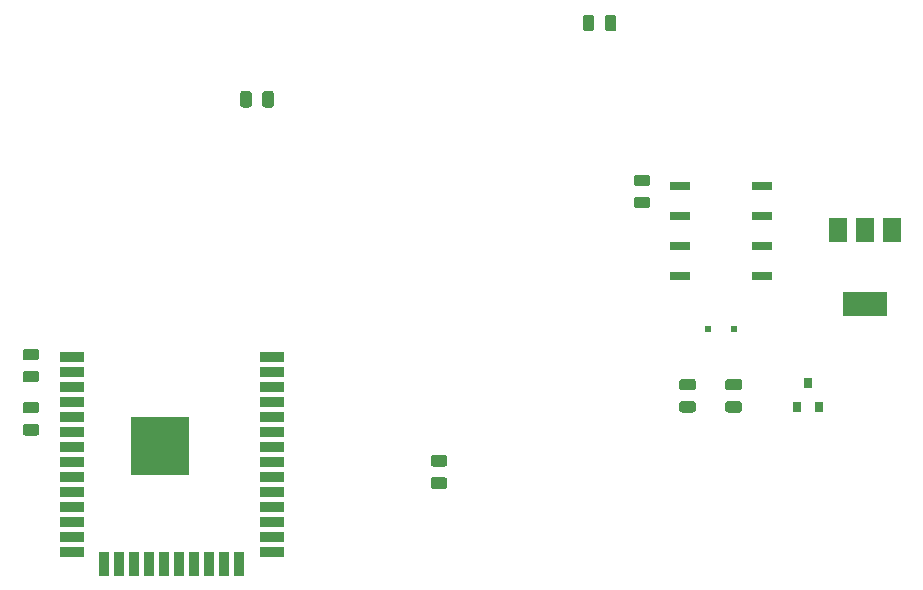
<source format=gbr>
G04 #@! TF.GenerationSoftware,KiCad,Pcbnew,5.1.5+dfsg1-2build2*
G04 #@! TF.CreationDate,2021-09-10T16:14:55+02:00*
G04 #@! TF.ProjectId,cronotempNuevo,63726f6e-6f74-4656-9d70-4e7565766f2e,rev?*
G04 #@! TF.SameCoordinates,Original*
G04 #@! TF.FileFunction,Paste,Top*
G04 #@! TF.FilePolarity,Positive*
%FSLAX46Y46*%
G04 Gerber Fmt 4.6, Leading zero omitted, Abs format (unit mm)*
G04 Created by KiCad (PCBNEW 5.1.5+dfsg1-2build2) date 2021-09-10 16:14:55*
%MOMM*%
%LPD*%
G04 APERTURE LIST*
%ADD10C,0.100000*%
%ADD11R,0.800000X0.900000*%
%ADD12R,5.000000X5.000000*%
%ADD13R,2.000000X0.900000*%
%ADD14R,0.900000X2.000000*%
%ADD15R,1.800000X0.800000*%
%ADD16R,0.500000X0.500000*%
%ADD17R,3.800000X2.000000*%
%ADD18R,1.500000X2.000000*%
G04 APERTURE END LIST*
D10*
G36*
X122330142Y-120801174D02*
G01*
X122353803Y-120804684D01*
X122377007Y-120810496D01*
X122399529Y-120818554D01*
X122421153Y-120828782D01*
X122441670Y-120841079D01*
X122460883Y-120855329D01*
X122478607Y-120871393D01*
X122494671Y-120889117D01*
X122508921Y-120908330D01*
X122521218Y-120928847D01*
X122531446Y-120950471D01*
X122539504Y-120972993D01*
X122545316Y-120996197D01*
X122548826Y-121019858D01*
X122550000Y-121043750D01*
X122550000Y-121531250D01*
X122548826Y-121555142D01*
X122545316Y-121578803D01*
X122539504Y-121602007D01*
X122531446Y-121624529D01*
X122521218Y-121646153D01*
X122508921Y-121666670D01*
X122494671Y-121685883D01*
X122478607Y-121703607D01*
X122460883Y-121719671D01*
X122441670Y-121733921D01*
X122421153Y-121746218D01*
X122399529Y-121756446D01*
X122377007Y-121764504D01*
X122353803Y-121770316D01*
X122330142Y-121773826D01*
X122306250Y-121775000D01*
X121393750Y-121775000D01*
X121369858Y-121773826D01*
X121346197Y-121770316D01*
X121322993Y-121764504D01*
X121300471Y-121756446D01*
X121278847Y-121746218D01*
X121258330Y-121733921D01*
X121239117Y-121719671D01*
X121221393Y-121703607D01*
X121205329Y-121685883D01*
X121191079Y-121666670D01*
X121178782Y-121646153D01*
X121168554Y-121624529D01*
X121160496Y-121602007D01*
X121154684Y-121578803D01*
X121151174Y-121555142D01*
X121150000Y-121531250D01*
X121150000Y-121043750D01*
X121151174Y-121019858D01*
X121154684Y-120996197D01*
X121160496Y-120972993D01*
X121168554Y-120950471D01*
X121178782Y-120928847D01*
X121191079Y-120908330D01*
X121205329Y-120889117D01*
X121221393Y-120871393D01*
X121239117Y-120855329D01*
X121258330Y-120841079D01*
X121278847Y-120828782D01*
X121300471Y-120818554D01*
X121322993Y-120810496D01*
X121346197Y-120804684D01*
X121369858Y-120801174D01*
X121393750Y-120800000D01*
X122306250Y-120800000D01*
X122330142Y-120801174D01*
G37*
G36*
X122330142Y-118926174D02*
G01*
X122353803Y-118929684D01*
X122377007Y-118935496D01*
X122399529Y-118943554D01*
X122421153Y-118953782D01*
X122441670Y-118966079D01*
X122460883Y-118980329D01*
X122478607Y-118996393D01*
X122494671Y-119014117D01*
X122508921Y-119033330D01*
X122521218Y-119053847D01*
X122531446Y-119075471D01*
X122539504Y-119097993D01*
X122545316Y-119121197D01*
X122548826Y-119144858D01*
X122550000Y-119168750D01*
X122550000Y-119656250D01*
X122548826Y-119680142D01*
X122545316Y-119703803D01*
X122539504Y-119727007D01*
X122531446Y-119749529D01*
X122521218Y-119771153D01*
X122508921Y-119791670D01*
X122494671Y-119810883D01*
X122478607Y-119828607D01*
X122460883Y-119844671D01*
X122441670Y-119858921D01*
X122421153Y-119871218D01*
X122399529Y-119881446D01*
X122377007Y-119889504D01*
X122353803Y-119895316D01*
X122330142Y-119898826D01*
X122306250Y-119900000D01*
X121393750Y-119900000D01*
X121369858Y-119898826D01*
X121346197Y-119895316D01*
X121322993Y-119889504D01*
X121300471Y-119881446D01*
X121278847Y-119871218D01*
X121258330Y-119858921D01*
X121239117Y-119844671D01*
X121221393Y-119828607D01*
X121205329Y-119810883D01*
X121191079Y-119791670D01*
X121178782Y-119771153D01*
X121168554Y-119749529D01*
X121160496Y-119727007D01*
X121154684Y-119703803D01*
X121151174Y-119680142D01*
X121150000Y-119656250D01*
X121150000Y-119168750D01*
X121151174Y-119144858D01*
X121154684Y-119121197D01*
X121160496Y-119097993D01*
X121168554Y-119075471D01*
X121178782Y-119053847D01*
X121191079Y-119033330D01*
X121205329Y-119014117D01*
X121221393Y-118996393D01*
X121239117Y-118980329D01*
X121258330Y-118966079D01*
X121278847Y-118953782D01*
X121300471Y-118943554D01*
X121322993Y-118935496D01*
X121346197Y-118929684D01*
X121369858Y-118926174D01*
X121393750Y-118925000D01*
X122306250Y-118925000D01*
X122330142Y-118926174D01*
G37*
G36*
X70580142Y-135551174D02*
G01*
X70603803Y-135554684D01*
X70627007Y-135560496D01*
X70649529Y-135568554D01*
X70671153Y-135578782D01*
X70691670Y-135591079D01*
X70710883Y-135605329D01*
X70728607Y-135621393D01*
X70744671Y-135639117D01*
X70758921Y-135658330D01*
X70771218Y-135678847D01*
X70781446Y-135700471D01*
X70789504Y-135722993D01*
X70795316Y-135746197D01*
X70798826Y-135769858D01*
X70800000Y-135793750D01*
X70800000Y-136281250D01*
X70798826Y-136305142D01*
X70795316Y-136328803D01*
X70789504Y-136352007D01*
X70781446Y-136374529D01*
X70771218Y-136396153D01*
X70758921Y-136416670D01*
X70744671Y-136435883D01*
X70728607Y-136453607D01*
X70710883Y-136469671D01*
X70691670Y-136483921D01*
X70671153Y-136496218D01*
X70649529Y-136506446D01*
X70627007Y-136514504D01*
X70603803Y-136520316D01*
X70580142Y-136523826D01*
X70556250Y-136525000D01*
X69643750Y-136525000D01*
X69619858Y-136523826D01*
X69596197Y-136520316D01*
X69572993Y-136514504D01*
X69550471Y-136506446D01*
X69528847Y-136496218D01*
X69508330Y-136483921D01*
X69489117Y-136469671D01*
X69471393Y-136453607D01*
X69455329Y-136435883D01*
X69441079Y-136416670D01*
X69428782Y-136396153D01*
X69418554Y-136374529D01*
X69410496Y-136352007D01*
X69404684Y-136328803D01*
X69401174Y-136305142D01*
X69400000Y-136281250D01*
X69400000Y-135793750D01*
X69401174Y-135769858D01*
X69404684Y-135746197D01*
X69410496Y-135722993D01*
X69418554Y-135700471D01*
X69428782Y-135678847D01*
X69441079Y-135658330D01*
X69455329Y-135639117D01*
X69471393Y-135621393D01*
X69489117Y-135605329D01*
X69508330Y-135591079D01*
X69528847Y-135578782D01*
X69550471Y-135568554D01*
X69572993Y-135560496D01*
X69596197Y-135554684D01*
X69619858Y-135551174D01*
X69643750Y-135550000D01*
X70556250Y-135550000D01*
X70580142Y-135551174D01*
G37*
G36*
X70580142Y-133676174D02*
G01*
X70603803Y-133679684D01*
X70627007Y-133685496D01*
X70649529Y-133693554D01*
X70671153Y-133703782D01*
X70691670Y-133716079D01*
X70710883Y-133730329D01*
X70728607Y-133746393D01*
X70744671Y-133764117D01*
X70758921Y-133783330D01*
X70771218Y-133803847D01*
X70781446Y-133825471D01*
X70789504Y-133847993D01*
X70795316Y-133871197D01*
X70798826Y-133894858D01*
X70800000Y-133918750D01*
X70800000Y-134406250D01*
X70798826Y-134430142D01*
X70795316Y-134453803D01*
X70789504Y-134477007D01*
X70781446Y-134499529D01*
X70771218Y-134521153D01*
X70758921Y-134541670D01*
X70744671Y-134560883D01*
X70728607Y-134578607D01*
X70710883Y-134594671D01*
X70691670Y-134608921D01*
X70671153Y-134621218D01*
X70649529Y-134631446D01*
X70627007Y-134639504D01*
X70603803Y-134645316D01*
X70580142Y-134648826D01*
X70556250Y-134650000D01*
X69643750Y-134650000D01*
X69619858Y-134648826D01*
X69596197Y-134645316D01*
X69572993Y-134639504D01*
X69550471Y-134631446D01*
X69528847Y-134621218D01*
X69508330Y-134608921D01*
X69489117Y-134594671D01*
X69471393Y-134578607D01*
X69455329Y-134560883D01*
X69441079Y-134541670D01*
X69428782Y-134521153D01*
X69418554Y-134499529D01*
X69410496Y-134477007D01*
X69404684Y-134453803D01*
X69401174Y-134430142D01*
X69400000Y-134406250D01*
X69400000Y-133918750D01*
X69401174Y-133894858D01*
X69404684Y-133871197D01*
X69410496Y-133847993D01*
X69418554Y-133825471D01*
X69428782Y-133803847D01*
X69441079Y-133783330D01*
X69455329Y-133764117D01*
X69471393Y-133746393D01*
X69489117Y-133730329D01*
X69508330Y-133716079D01*
X69528847Y-133703782D01*
X69550471Y-133693554D01*
X69572993Y-133685496D01*
X69596197Y-133679684D01*
X69619858Y-133676174D01*
X69643750Y-133675000D01*
X70556250Y-133675000D01*
X70580142Y-133676174D01*
G37*
G36*
X117580142Y-105401174D02*
G01*
X117603803Y-105404684D01*
X117627007Y-105410496D01*
X117649529Y-105418554D01*
X117671153Y-105428782D01*
X117691670Y-105441079D01*
X117710883Y-105455329D01*
X117728607Y-105471393D01*
X117744671Y-105489117D01*
X117758921Y-105508330D01*
X117771218Y-105528847D01*
X117781446Y-105550471D01*
X117789504Y-105572993D01*
X117795316Y-105596197D01*
X117798826Y-105619858D01*
X117800000Y-105643750D01*
X117800000Y-106556250D01*
X117798826Y-106580142D01*
X117795316Y-106603803D01*
X117789504Y-106627007D01*
X117781446Y-106649529D01*
X117771218Y-106671153D01*
X117758921Y-106691670D01*
X117744671Y-106710883D01*
X117728607Y-106728607D01*
X117710883Y-106744671D01*
X117691670Y-106758921D01*
X117671153Y-106771218D01*
X117649529Y-106781446D01*
X117627007Y-106789504D01*
X117603803Y-106795316D01*
X117580142Y-106798826D01*
X117556250Y-106800000D01*
X117068750Y-106800000D01*
X117044858Y-106798826D01*
X117021197Y-106795316D01*
X116997993Y-106789504D01*
X116975471Y-106781446D01*
X116953847Y-106771218D01*
X116933330Y-106758921D01*
X116914117Y-106744671D01*
X116896393Y-106728607D01*
X116880329Y-106710883D01*
X116866079Y-106691670D01*
X116853782Y-106671153D01*
X116843554Y-106649529D01*
X116835496Y-106627007D01*
X116829684Y-106603803D01*
X116826174Y-106580142D01*
X116825000Y-106556250D01*
X116825000Y-105643750D01*
X116826174Y-105619858D01*
X116829684Y-105596197D01*
X116835496Y-105572993D01*
X116843554Y-105550471D01*
X116853782Y-105528847D01*
X116866079Y-105508330D01*
X116880329Y-105489117D01*
X116896393Y-105471393D01*
X116914117Y-105455329D01*
X116933330Y-105441079D01*
X116953847Y-105428782D01*
X116975471Y-105418554D01*
X116997993Y-105410496D01*
X117021197Y-105404684D01*
X117044858Y-105401174D01*
X117068750Y-105400000D01*
X117556250Y-105400000D01*
X117580142Y-105401174D01*
G37*
G36*
X119455142Y-105401174D02*
G01*
X119478803Y-105404684D01*
X119502007Y-105410496D01*
X119524529Y-105418554D01*
X119546153Y-105428782D01*
X119566670Y-105441079D01*
X119585883Y-105455329D01*
X119603607Y-105471393D01*
X119619671Y-105489117D01*
X119633921Y-105508330D01*
X119646218Y-105528847D01*
X119656446Y-105550471D01*
X119664504Y-105572993D01*
X119670316Y-105596197D01*
X119673826Y-105619858D01*
X119675000Y-105643750D01*
X119675000Y-106556250D01*
X119673826Y-106580142D01*
X119670316Y-106603803D01*
X119664504Y-106627007D01*
X119656446Y-106649529D01*
X119646218Y-106671153D01*
X119633921Y-106691670D01*
X119619671Y-106710883D01*
X119603607Y-106728607D01*
X119585883Y-106744671D01*
X119566670Y-106758921D01*
X119546153Y-106771218D01*
X119524529Y-106781446D01*
X119502007Y-106789504D01*
X119478803Y-106795316D01*
X119455142Y-106798826D01*
X119431250Y-106800000D01*
X118943750Y-106800000D01*
X118919858Y-106798826D01*
X118896197Y-106795316D01*
X118872993Y-106789504D01*
X118850471Y-106781446D01*
X118828847Y-106771218D01*
X118808330Y-106758921D01*
X118789117Y-106744671D01*
X118771393Y-106728607D01*
X118755329Y-106710883D01*
X118741079Y-106691670D01*
X118728782Y-106671153D01*
X118718554Y-106649529D01*
X118710496Y-106627007D01*
X118704684Y-106603803D01*
X118701174Y-106580142D01*
X118700000Y-106556250D01*
X118700000Y-105643750D01*
X118701174Y-105619858D01*
X118704684Y-105596197D01*
X118710496Y-105572993D01*
X118718554Y-105550471D01*
X118728782Y-105528847D01*
X118741079Y-105508330D01*
X118755329Y-105489117D01*
X118771393Y-105471393D01*
X118789117Y-105455329D01*
X118808330Y-105441079D01*
X118828847Y-105428782D01*
X118850471Y-105418554D01*
X118872993Y-105410496D01*
X118896197Y-105404684D01*
X118919858Y-105401174D01*
X118943750Y-105400000D01*
X119431250Y-105400000D01*
X119455142Y-105401174D01*
G37*
G36*
X70580142Y-140051174D02*
G01*
X70603803Y-140054684D01*
X70627007Y-140060496D01*
X70649529Y-140068554D01*
X70671153Y-140078782D01*
X70691670Y-140091079D01*
X70710883Y-140105329D01*
X70728607Y-140121393D01*
X70744671Y-140139117D01*
X70758921Y-140158330D01*
X70771218Y-140178847D01*
X70781446Y-140200471D01*
X70789504Y-140222993D01*
X70795316Y-140246197D01*
X70798826Y-140269858D01*
X70800000Y-140293750D01*
X70800000Y-140781250D01*
X70798826Y-140805142D01*
X70795316Y-140828803D01*
X70789504Y-140852007D01*
X70781446Y-140874529D01*
X70771218Y-140896153D01*
X70758921Y-140916670D01*
X70744671Y-140935883D01*
X70728607Y-140953607D01*
X70710883Y-140969671D01*
X70691670Y-140983921D01*
X70671153Y-140996218D01*
X70649529Y-141006446D01*
X70627007Y-141014504D01*
X70603803Y-141020316D01*
X70580142Y-141023826D01*
X70556250Y-141025000D01*
X69643750Y-141025000D01*
X69619858Y-141023826D01*
X69596197Y-141020316D01*
X69572993Y-141014504D01*
X69550471Y-141006446D01*
X69528847Y-140996218D01*
X69508330Y-140983921D01*
X69489117Y-140969671D01*
X69471393Y-140953607D01*
X69455329Y-140935883D01*
X69441079Y-140916670D01*
X69428782Y-140896153D01*
X69418554Y-140874529D01*
X69410496Y-140852007D01*
X69404684Y-140828803D01*
X69401174Y-140805142D01*
X69400000Y-140781250D01*
X69400000Y-140293750D01*
X69401174Y-140269858D01*
X69404684Y-140246197D01*
X69410496Y-140222993D01*
X69418554Y-140200471D01*
X69428782Y-140178847D01*
X69441079Y-140158330D01*
X69455329Y-140139117D01*
X69471393Y-140121393D01*
X69489117Y-140105329D01*
X69508330Y-140091079D01*
X69528847Y-140078782D01*
X69550471Y-140068554D01*
X69572993Y-140060496D01*
X69596197Y-140054684D01*
X69619858Y-140051174D01*
X69643750Y-140050000D01*
X70556250Y-140050000D01*
X70580142Y-140051174D01*
G37*
G36*
X70580142Y-138176174D02*
G01*
X70603803Y-138179684D01*
X70627007Y-138185496D01*
X70649529Y-138193554D01*
X70671153Y-138203782D01*
X70691670Y-138216079D01*
X70710883Y-138230329D01*
X70728607Y-138246393D01*
X70744671Y-138264117D01*
X70758921Y-138283330D01*
X70771218Y-138303847D01*
X70781446Y-138325471D01*
X70789504Y-138347993D01*
X70795316Y-138371197D01*
X70798826Y-138394858D01*
X70800000Y-138418750D01*
X70800000Y-138906250D01*
X70798826Y-138930142D01*
X70795316Y-138953803D01*
X70789504Y-138977007D01*
X70781446Y-138999529D01*
X70771218Y-139021153D01*
X70758921Y-139041670D01*
X70744671Y-139060883D01*
X70728607Y-139078607D01*
X70710883Y-139094671D01*
X70691670Y-139108921D01*
X70671153Y-139121218D01*
X70649529Y-139131446D01*
X70627007Y-139139504D01*
X70603803Y-139145316D01*
X70580142Y-139148826D01*
X70556250Y-139150000D01*
X69643750Y-139150000D01*
X69619858Y-139148826D01*
X69596197Y-139145316D01*
X69572993Y-139139504D01*
X69550471Y-139131446D01*
X69528847Y-139121218D01*
X69508330Y-139108921D01*
X69489117Y-139094671D01*
X69471393Y-139078607D01*
X69455329Y-139060883D01*
X69441079Y-139041670D01*
X69428782Y-139021153D01*
X69418554Y-138999529D01*
X69410496Y-138977007D01*
X69404684Y-138953803D01*
X69401174Y-138930142D01*
X69400000Y-138906250D01*
X69400000Y-138418750D01*
X69401174Y-138394858D01*
X69404684Y-138371197D01*
X69410496Y-138347993D01*
X69418554Y-138325471D01*
X69428782Y-138303847D01*
X69441079Y-138283330D01*
X69455329Y-138264117D01*
X69471393Y-138246393D01*
X69489117Y-138230329D01*
X69508330Y-138216079D01*
X69528847Y-138203782D01*
X69550471Y-138193554D01*
X69572993Y-138185496D01*
X69596197Y-138179684D01*
X69619858Y-138176174D01*
X69643750Y-138175000D01*
X70556250Y-138175000D01*
X70580142Y-138176174D01*
G37*
D11*
X135900000Y-136600000D03*
X136850000Y-138600000D03*
X134950000Y-138600000D03*
D12*
X81050000Y-141900000D03*
D13*
X73550000Y-134400000D03*
X73550000Y-135670000D03*
X73550000Y-136940000D03*
X73550000Y-138210000D03*
X73550000Y-139480000D03*
X73550000Y-140750000D03*
X73550000Y-142020000D03*
X73550000Y-143290000D03*
X73550000Y-144560000D03*
X73550000Y-145830000D03*
X73550000Y-147100000D03*
X73550000Y-148370000D03*
X73550000Y-149640000D03*
X73550000Y-150910000D03*
D14*
X76335000Y-151910000D03*
X77605000Y-151910000D03*
X78875000Y-151910000D03*
X80145000Y-151910000D03*
X81415000Y-151910000D03*
X82685000Y-151910000D03*
X83955000Y-151910000D03*
X85225000Y-151910000D03*
X86495000Y-151910000D03*
X87765000Y-151910000D03*
D13*
X90550000Y-150910000D03*
X90550000Y-149640000D03*
X90550000Y-148370000D03*
X90550000Y-147100000D03*
X90550000Y-145830000D03*
X90550000Y-144560000D03*
X90550000Y-143290000D03*
X90550000Y-142020000D03*
X90550000Y-140750000D03*
X90550000Y-139480000D03*
X90550000Y-138210000D03*
X90550000Y-136940000D03*
X90550000Y-135670000D03*
X90550000Y-134400000D03*
D10*
G36*
X88580142Y-111851174D02*
G01*
X88603803Y-111854684D01*
X88627007Y-111860496D01*
X88649529Y-111868554D01*
X88671153Y-111878782D01*
X88691670Y-111891079D01*
X88710883Y-111905329D01*
X88728607Y-111921393D01*
X88744671Y-111939117D01*
X88758921Y-111958330D01*
X88771218Y-111978847D01*
X88781446Y-112000471D01*
X88789504Y-112022993D01*
X88795316Y-112046197D01*
X88798826Y-112069858D01*
X88800000Y-112093750D01*
X88800000Y-113006250D01*
X88798826Y-113030142D01*
X88795316Y-113053803D01*
X88789504Y-113077007D01*
X88781446Y-113099529D01*
X88771218Y-113121153D01*
X88758921Y-113141670D01*
X88744671Y-113160883D01*
X88728607Y-113178607D01*
X88710883Y-113194671D01*
X88691670Y-113208921D01*
X88671153Y-113221218D01*
X88649529Y-113231446D01*
X88627007Y-113239504D01*
X88603803Y-113245316D01*
X88580142Y-113248826D01*
X88556250Y-113250000D01*
X88068750Y-113250000D01*
X88044858Y-113248826D01*
X88021197Y-113245316D01*
X87997993Y-113239504D01*
X87975471Y-113231446D01*
X87953847Y-113221218D01*
X87933330Y-113208921D01*
X87914117Y-113194671D01*
X87896393Y-113178607D01*
X87880329Y-113160883D01*
X87866079Y-113141670D01*
X87853782Y-113121153D01*
X87843554Y-113099529D01*
X87835496Y-113077007D01*
X87829684Y-113053803D01*
X87826174Y-113030142D01*
X87825000Y-113006250D01*
X87825000Y-112093750D01*
X87826174Y-112069858D01*
X87829684Y-112046197D01*
X87835496Y-112022993D01*
X87843554Y-112000471D01*
X87853782Y-111978847D01*
X87866079Y-111958330D01*
X87880329Y-111939117D01*
X87896393Y-111921393D01*
X87914117Y-111905329D01*
X87933330Y-111891079D01*
X87953847Y-111878782D01*
X87975471Y-111868554D01*
X87997993Y-111860496D01*
X88021197Y-111854684D01*
X88044858Y-111851174D01*
X88068750Y-111850000D01*
X88556250Y-111850000D01*
X88580142Y-111851174D01*
G37*
G36*
X90455142Y-111851174D02*
G01*
X90478803Y-111854684D01*
X90502007Y-111860496D01*
X90524529Y-111868554D01*
X90546153Y-111878782D01*
X90566670Y-111891079D01*
X90585883Y-111905329D01*
X90603607Y-111921393D01*
X90619671Y-111939117D01*
X90633921Y-111958330D01*
X90646218Y-111978847D01*
X90656446Y-112000471D01*
X90664504Y-112022993D01*
X90670316Y-112046197D01*
X90673826Y-112069858D01*
X90675000Y-112093750D01*
X90675000Y-113006250D01*
X90673826Y-113030142D01*
X90670316Y-113053803D01*
X90664504Y-113077007D01*
X90656446Y-113099529D01*
X90646218Y-113121153D01*
X90633921Y-113141670D01*
X90619671Y-113160883D01*
X90603607Y-113178607D01*
X90585883Y-113194671D01*
X90566670Y-113208921D01*
X90546153Y-113221218D01*
X90524529Y-113231446D01*
X90502007Y-113239504D01*
X90478803Y-113245316D01*
X90455142Y-113248826D01*
X90431250Y-113250000D01*
X89943750Y-113250000D01*
X89919858Y-113248826D01*
X89896197Y-113245316D01*
X89872993Y-113239504D01*
X89850471Y-113231446D01*
X89828847Y-113221218D01*
X89808330Y-113208921D01*
X89789117Y-113194671D01*
X89771393Y-113178607D01*
X89755329Y-113160883D01*
X89741079Y-113141670D01*
X89728782Y-113121153D01*
X89718554Y-113099529D01*
X89710496Y-113077007D01*
X89704684Y-113053803D01*
X89701174Y-113030142D01*
X89700000Y-113006250D01*
X89700000Y-112093750D01*
X89701174Y-112069858D01*
X89704684Y-112046197D01*
X89710496Y-112022993D01*
X89718554Y-112000471D01*
X89728782Y-111978847D01*
X89741079Y-111958330D01*
X89755329Y-111939117D01*
X89771393Y-111921393D01*
X89789117Y-111905329D01*
X89808330Y-111891079D01*
X89828847Y-111878782D01*
X89850471Y-111868554D01*
X89872993Y-111860496D01*
X89896197Y-111854684D01*
X89919858Y-111851174D01*
X89943750Y-111850000D01*
X90431250Y-111850000D01*
X90455142Y-111851174D01*
G37*
G36*
X126180142Y-136226174D02*
G01*
X126203803Y-136229684D01*
X126227007Y-136235496D01*
X126249529Y-136243554D01*
X126271153Y-136253782D01*
X126291670Y-136266079D01*
X126310883Y-136280329D01*
X126328607Y-136296393D01*
X126344671Y-136314117D01*
X126358921Y-136333330D01*
X126371218Y-136353847D01*
X126381446Y-136375471D01*
X126389504Y-136397993D01*
X126395316Y-136421197D01*
X126398826Y-136444858D01*
X126400000Y-136468750D01*
X126400000Y-136956250D01*
X126398826Y-136980142D01*
X126395316Y-137003803D01*
X126389504Y-137027007D01*
X126381446Y-137049529D01*
X126371218Y-137071153D01*
X126358921Y-137091670D01*
X126344671Y-137110883D01*
X126328607Y-137128607D01*
X126310883Y-137144671D01*
X126291670Y-137158921D01*
X126271153Y-137171218D01*
X126249529Y-137181446D01*
X126227007Y-137189504D01*
X126203803Y-137195316D01*
X126180142Y-137198826D01*
X126156250Y-137200000D01*
X125243750Y-137200000D01*
X125219858Y-137198826D01*
X125196197Y-137195316D01*
X125172993Y-137189504D01*
X125150471Y-137181446D01*
X125128847Y-137171218D01*
X125108330Y-137158921D01*
X125089117Y-137144671D01*
X125071393Y-137128607D01*
X125055329Y-137110883D01*
X125041079Y-137091670D01*
X125028782Y-137071153D01*
X125018554Y-137049529D01*
X125010496Y-137027007D01*
X125004684Y-137003803D01*
X125001174Y-136980142D01*
X125000000Y-136956250D01*
X125000000Y-136468750D01*
X125001174Y-136444858D01*
X125004684Y-136421197D01*
X125010496Y-136397993D01*
X125018554Y-136375471D01*
X125028782Y-136353847D01*
X125041079Y-136333330D01*
X125055329Y-136314117D01*
X125071393Y-136296393D01*
X125089117Y-136280329D01*
X125108330Y-136266079D01*
X125128847Y-136253782D01*
X125150471Y-136243554D01*
X125172993Y-136235496D01*
X125196197Y-136229684D01*
X125219858Y-136226174D01*
X125243750Y-136225000D01*
X126156250Y-136225000D01*
X126180142Y-136226174D01*
G37*
G36*
X126180142Y-138101174D02*
G01*
X126203803Y-138104684D01*
X126227007Y-138110496D01*
X126249529Y-138118554D01*
X126271153Y-138128782D01*
X126291670Y-138141079D01*
X126310883Y-138155329D01*
X126328607Y-138171393D01*
X126344671Y-138189117D01*
X126358921Y-138208330D01*
X126371218Y-138228847D01*
X126381446Y-138250471D01*
X126389504Y-138272993D01*
X126395316Y-138296197D01*
X126398826Y-138319858D01*
X126400000Y-138343750D01*
X126400000Y-138831250D01*
X126398826Y-138855142D01*
X126395316Y-138878803D01*
X126389504Y-138902007D01*
X126381446Y-138924529D01*
X126371218Y-138946153D01*
X126358921Y-138966670D01*
X126344671Y-138985883D01*
X126328607Y-139003607D01*
X126310883Y-139019671D01*
X126291670Y-139033921D01*
X126271153Y-139046218D01*
X126249529Y-139056446D01*
X126227007Y-139064504D01*
X126203803Y-139070316D01*
X126180142Y-139073826D01*
X126156250Y-139075000D01*
X125243750Y-139075000D01*
X125219858Y-139073826D01*
X125196197Y-139070316D01*
X125172993Y-139064504D01*
X125150471Y-139056446D01*
X125128847Y-139046218D01*
X125108330Y-139033921D01*
X125089117Y-139019671D01*
X125071393Y-139003607D01*
X125055329Y-138985883D01*
X125041079Y-138966670D01*
X125028782Y-138946153D01*
X125018554Y-138924529D01*
X125010496Y-138902007D01*
X125004684Y-138878803D01*
X125001174Y-138855142D01*
X125000000Y-138831250D01*
X125000000Y-138343750D01*
X125001174Y-138319858D01*
X125004684Y-138296197D01*
X125010496Y-138272993D01*
X125018554Y-138250471D01*
X125028782Y-138228847D01*
X125041079Y-138208330D01*
X125055329Y-138189117D01*
X125071393Y-138171393D01*
X125089117Y-138155329D01*
X125108330Y-138141079D01*
X125128847Y-138128782D01*
X125150471Y-138118554D01*
X125172993Y-138110496D01*
X125196197Y-138104684D01*
X125219858Y-138101174D01*
X125243750Y-138100000D01*
X126156250Y-138100000D01*
X126180142Y-138101174D01*
G37*
G36*
X130080142Y-136226174D02*
G01*
X130103803Y-136229684D01*
X130127007Y-136235496D01*
X130149529Y-136243554D01*
X130171153Y-136253782D01*
X130191670Y-136266079D01*
X130210883Y-136280329D01*
X130228607Y-136296393D01*
X130244671Y-136314117D01*
X130258921Y-136333330D01*
X130271218Y-136353847D01*
X130281446Y-136375471D01*
X130289504Y-136397993D01*
X130295316Y-136421197D01*
X130298826Y-136444858D01*
X130300000Y-136468750D01*
X130300000Y-136956250D01*
X130298826Y-136980142D01*
X130295316Y-137003803D01*
X130289504Y-137027007D01*
X130281446Y-137049529D01*
X130271218Y-137071153D01*
X130258921Y-137091670D01*
X130244671Y-137110883D01*
X130228607Y-137128607D01*
X130210883Y-137144671D01*
X130191670Y-137158921D01*
X130171153Y-137171218D01*
X130149529Y-137181446D01*
X130127007Y-137189504D01*
X130103803Y-137195316D01*
X130080142Y-137198826D01*
X130056250Y-137200000D01*
X129143750Y-137200000D01*
X129119858Y-137198826D01*
X129096197Y-137195316D01*
X129072993Y-137189504D01*
X129050471Y-137181446D01*
X129028847Y-137171218D01*
X129008330Y-137158921D01*
X128989117Y-137144671D01*
X128971393Y-137128607D01*
X128955329Y-137110883D01*
X128941079Y-137091670D01*
X128928782Y-137071153D01*
X128918554Y-137049529D01*
X128910496Y-137027007D01*
X128904684Y-137003803D01*
X128901174Y-136980142D01*
X128900000Y-136956250D01*
X128900000Y-136468750D01*
X128901174Y-136444858D01*
X128904684Y-136421197D01*
X128910496Y-136397993D01*
X128918554Y-136375471D01*
X128928782Y-136353847D01*
X128941079Y-136333330D01*
X128955329Y-136314117D01*
X128971393Y-136296393D01*
X128989117Y-136280329D01*
X129008330Y-136266079D01*
X129028847Y-136253782D01*
X129050471Y-136243554D01*
X129072993Y-136235496D01*
X129096197Y-136229684D01*
X129119858Y-136226174D01*
X129143750Y-136225000D01*
X130056250Y-136225000D01*
X130080142Y-136226174D01*
G37*
G36*
X130080142Y-138101174D02*
G01*
X130103803Y-138104684D01*
X130127007Y-138110496D01*
X130149529Y-138118554D01*
X130171153Y-138128782D01*
X130191670Y-138141079D01*
X130210883Y-138155329D01*
X130228607Y-138171393D01*
X130244671Y-138189117D01*
X130258921Y-138208330D01*
X130271218Y-138228847D01*
X130281446Y-138250471D01*
X130289504Y-138272993D01*
X130295316Y-138296197D01*
X130298826Y-138319858D01*
X130300000Y-138343750D01*
X130300000Y-138831250D01*
X130298826Y-138855142D01*
X130295316Y-138878803D01*
X130289504Y-138902007D01*
X130281446Y-138924529D01*
X130271218Y-138946153D01*
X130258921Y-138966670D01*
X130244671Y-138985883D01*
X130228607Y-139003607D01*
X130210883Y-139019671D01*
X130191670Y-139033921D01*
X130171153Y-139046218D01*
X130149529Y-139056446D01*
X130127007Y-139064504D01*
X130103803Y-139070316D01*
X130080142Y-139073826D01*
X130056250Y-139075000D01*
X129143750Y-139075000D01*
X129119858Y-139073826D01*
X129096197Y-139070316D01*
X129072993Y-139064504D01*
X129050471Y-139056446D01*
X129028847Y-139046218D01*
X129008330Y-139033921D01*
X128989117Y-139019671D01*
X128971393Y-139003607D01*
X128955329Y-138985883D01*
X128941079Y-138966670D01*
X128928782Y-138946153D01*
X128918554Y-138924529D01*
X128910496Y-138902007D01*
X128904684Y-138878803D01*
X128901174Y-138855142D01*
X128900000Y-138831250D01*
X128900000Y-138343750D01*
X128901174Y-138319858D01*
X128904684Y-138296197D01*
X128910496Y-138272993D01*
X128918554Y-138250471D01*
X128928782Y-138228847D01*
X128941079Y-138208330D01*
X128955329Y-138189117D01*
X128971393Y-138171393D01*
X128989117Y-138155329D01*
X129008330Y-138141079D01*
X129028847Y-138128782D01*
X129050471Y-138118554D01*
X129072993Y-138110496D01*
X129096197Y-138104684D01*
X129119858Y-138101174D01*
X129143750Y-138100000D01*
X130056250Y-138100000D01*
X130080142Y-138101174D01*
G37*
G36*
X105130142Y-144551174D02*
G01*
X105153803Y-144554684D01*
X105177007Y-144560496D01*
X105199529Y-144568554D01*
X105221153Y-144578782D01*
X105241670Y-144591079D01*
X105260883Y-144605329D01*
X105278607Y-144621393D01*
X105294671Y-144639117D01*
X105308921Y-144658330D01*
X105321218Y-144678847D01*
X105331446Y-144700471D01*
X105339504Y-144722993D01*
X105345316Y-144746197D01*
X105348826Y-144769858D01*
X105350000Y-144793750D01*
X105350000Y-145281250D01*
X105348826Y-145305142D01*
X105345316Y-145328803D01*
X105339504Y-145352007D01*
X105331446Y-145374529D01*
X105321218Y-145396153D01*
X105308921Y-145416670D01*
X105294671Y-145435883D01*
X105278607Y-145453607D01*
X105260883Y-145469671D01*
X105241670Y-145483921D01*
X105221153Y-145496218D01*
X105199529Y-145506446D01*
X105177007Y-145514504D01*
X105153803Y-145520316D01*
X105130142Y-145523826D01*
X105106250Y-145525000D01*
X104193750Y-145525000D01*
X104169858Y-145523826D01*
X104146197Y-145520316D01*
X104122993Y-145514504D01*
X104100471Y-145506446D01*
X104078847Y-145496218D01*
X104058330Y-145483921D01*
X104039117Y-145469671D01*
X104021393Y-145453607D01*
X104005329Y-145435883D01*
X103991079Y-145416670D01*
X103978782Y-145396153D01*
X103968554Y-145374529D01*
X103960496Y-145352007D01*
X103954684Y-145328803D01*
X103951174Y-145305142D01*
X103950000Y-145281250D01*
X103950000Y-144793750D01*
X103951174Y-144769858D01*
X103954684Y-144746197D01*
X103960496Y-144722993D01*
X103968554Y-144700471D01*
X103978782Y-144678847D01*
X103991079Y-144658330D01*
X104005329Y-144639117D01*
X104021393Y-144621393D01*
X104039117Y-144605329D01*
X104058330Y-144591079D01*
X104078847Y-144578782D01*
X104100471Y-144568554D01*
X104122993Y-144560496D01*
X104146197Y-144554684D01*
X104169858Y-144551174D01*
X104193750Y-144550000D01*
X105106250Y-144550000D01*
X105130142Y-144551174D01*
G37*
G36*
X105130142Y-142676174D02*
G01*
X105153803Y-142679684D01*
X105177007Y-142685496D01*
X105199529Y-142693554D01*
X105221153Y-142703782D01*
X105241670Y-142716079D01*
X105260883Y-142730329D01*
X105278607Y-142746393D01*
X105294671Y-142764117D01*
X105308921Y-142783330D01*
X105321218Y-142803847D01*
X105331446Y-142825471D01*
X105339504Y-142847993D01*
X105345316Y-142871197D01*
X105348826Y-142894858D01*
X105350000Y-142918750D01*
X105350000Y-143406250D01*
X105348826Y-143430142D01*
X105345316Y-143453803D01*
X105339504Y-143477007D01*
X105331446Y-143499529D01*
X105321218Y-143521153D01*
X105308921Y-143541670D01*
X105294671Y-143560883D01*
X105278607Y-143578607D01*
X105260883Y-143594671D01*
X105241670Y-143608921D01*
X105221153Y-143621218D01*
X105199529Y-143631446D01*
X105177007Y-143639504D01*
X105153803Y-143645316D01*
X105130142Y-143648826D01*
X105106250Y-143650000D01*
X104193750Y-143650000D01*
X104169858Y-143648826D01*
X104146197Y-143645316D01*
X104122993Y-143639504D01*
X104100471Y-143631446D01*
X104078847Y-143621218D01*
X104058330Y-143608921D01*
X104039117Y-143594671D01*
X104021393Y-143578607D01*
X104005329Y-143560883D01*
X103991079Y-143541670D01*
X103978782Y-143521153D01*
X103968554Y-143499529D01*
X103960496Y-143477007D01*
X103954684Y-143453803D01*
X103951174Y-143430142D01*
X103950000Y-143406250D01*
X103950000Y-142918750D01*
X103951174Y-142894858D01*
X103954684Y-142871197D01*
X103960496Y-142847993D01*
X103968554Y-142825471D01*
X103978782Y-142803847D01*
X103991079Y-142783330D01*
X104005329Y-142764117D01*
X104021393Y-142746393D01*
X104039117Y-142730329D01*
X104058330Y-142716079D01*
X104078847Y-142703782D01*
X104100471Y-142693554D01*
X104122993Y-142685496D01*
X104146197Y-142679684D01*
X104169858Y-142676174D01*
X104193750Y-142675000D01*
X105106250Y-142675000D01*
X105130142Y-142676174D01*
G37*
D15*
X132024000Y-127508000D03*
X132024000Y-124968000D03*
X132024000Y-122428000D03*
X132024000Y-119888000D03*
X125024000Y-119888000D03*
X125024000Y-122428000D03*
X125024000Y-124968000D03*
X125024000Y-127508000D03*
D16*
X127400000Y-132000000D03*
X129600000Y-132000000D03*
D17*
X140716000Y-129896000D03*
D18*
X140716000Y-123596000D03*
X138416000Y-123596000D03*
X143016000Y-123596000D03*
M02*

</source>
